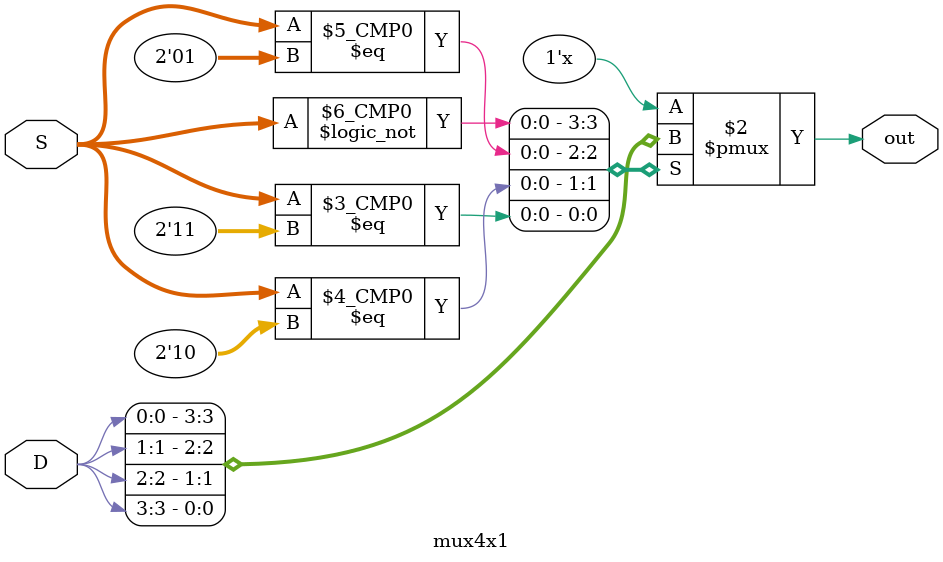
<source format=v>
module mux4x1 (out, S, D);
  input [3:0] D;
   input [1:0] S;
   output reg out;
   //In behavoural we store our output using register or "reg"
  always @(S or D) //always @() is used in behvoural style. Think of it as a loop.
  begin // where our always function starts 
    case (S) //A normal case statement that is similarly used in C++ or C
      2'b00 : out = D[0]; //number of bits : output variable = input value [bit number]
      2'b01 : out = D[1];
      2'b10 : out = D[2];
      2'b11 : out = D[3];
  endcase //ending our case
 end //ending our always @()
endmodule //program or module terminates
</source>
